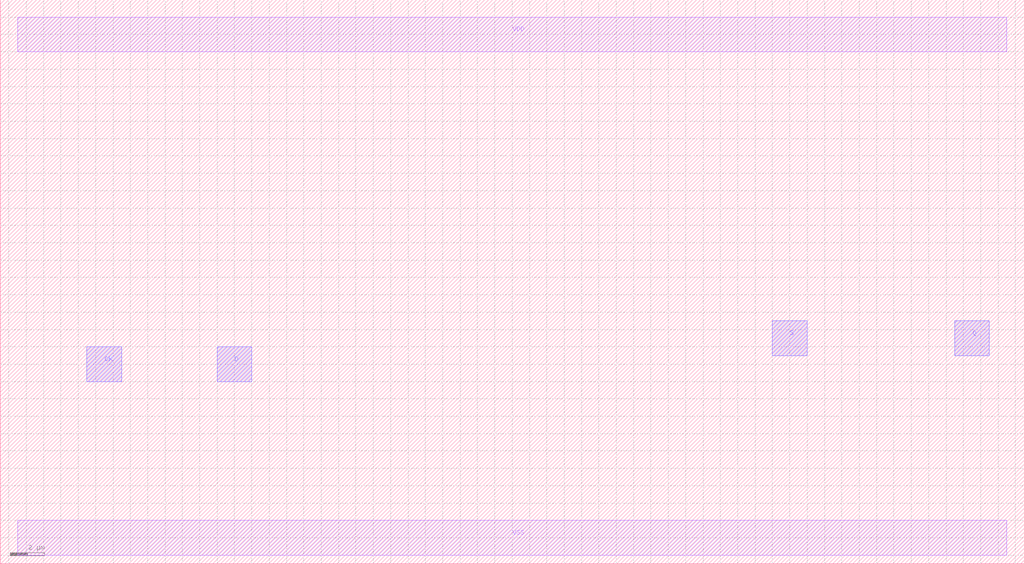
<source format=lef>
# C:/Users/akita/Documents/sff1m2.lef
# Created by Glade release version 4.7.35 compiled on May 19 2020 19:14:35
# Run by akita on host LAPTOP-E0CJ65QR at Wed Jun  3 17:45:04 2020

VERSION 5.6 ;
NAMESCASESENSITIVE ON ;
BUSBITCHARS "[]" ;
DIVIDERCHAR "/"  ;
UNITS
    DATABASE MICRONS 1000 ;
END UNITS

MACRO sff1m2
    CLASS core ;
    FOREIGN sff1m2 -1.500 -1.500 ;
    ORIGIN 1.500 1.500 ;
    SIZE 59.000 BY 32.500 ;
    PIN CK
        DIRECTION INPUT ;
        USE SIGNAL ;
        PORT
        LAYER ML2 ;
        RECT 3.500 9.000 5.500 11.000 ;
        LAYER ML1 ;
        RECT 3.500 9.000 5.500 11.000 ;
        END
    END CK
    PIN Q
        DIRECTION OUTPUT ;
        USE SIGNAL ;
        PORT
        LAYER ML2 ;
        RECT 53.500 10.500 55.500 12.500 ;
        LAYER ML1 ;
        RECT 53.500 10.500 55.500 12.500 ;
        END
    END Q
    PIN D
        DIRECTION INPUT ;
        USE POWER ;
        PORT
        LAYER ML2 ;
        RECT 11.000 9.000 13.000 11.000 ;
        LAYER ML1 ;
        RECT 11.000 9.000 13.000 11.000 ;
        END
    END D
    PIN VDD
        DIRECTION INOUT ;
        USE POWER ;
        PORT
        LAYER ML1 ;
        RECT -0.500 28.000 56.500 30.000 ;
        END
    END VDD
    PIN S
        DIRECTION INPUT ;
        USE GROUND ;
        PORT
        LAYER ML2 ;
        RECT 43.000 10.500 45.000 12.500 ;
        LAYER ML1 ;
        RECT 43.000 10.500 45.000 12.500 ;
        END
    END S
    PIN VSS
        DIRECTION INOUT ;
        USE GROUND ;
        PORT
        LAYER ML1 ;
        RECT -0.500 -1.000 56.500 1.000 ;
        END
    END VSS
    OBS
    END
END sff1m2

END LIBRARY

</source>
